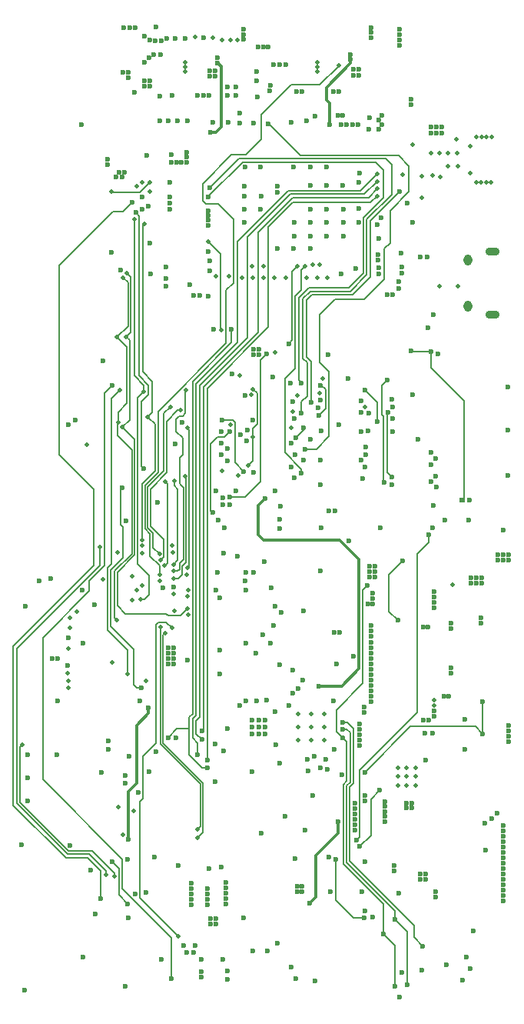
<source format=gbr>
%TF.GenerationSoftware,KiCad,Pcbnew,7.99.0-1.20230926git54171ec.fc37*%
%TF.CreationDate,2023-10-03T14:10:52+01:00*%
%TF.ProjectId,bugg-main-r5,62756767-2d6d-4616-996e-2d72352e6b69,rev?*%
%TF.SameCoordinates,Original*%
%TF.FileFunction,Copper,L3,Inr*%
%TF.FilePolarity,Positive*%
%FSLAX46Y46*%
G04 Gerber Fmt 4.6, Leading zero omitted, Abs format (unit mm)*
G04 Created by KiCad (PCBNEW 7.99.0-1.20230926git54171ec.fc37) date 2023-10-03 14:10:52*
%MOMM*%
%LPD*%
G01*
G04 APERTURE LIST*
%TA.AperFunction,ComponentPad*%
%ADD10O,1.550000X0.890000*%
%TD*%
%TA.AperFunction,ComponentPad*%
%ADD11O,0.950000X1.250000*%
%TD*%
%TA.AperFunction,ComponentPad*%
%ADD12C,0.500000*%
%TD*%
%TA.AperFunction,ComponentPad*%
%ADD13C,0.600000*%
%TD*%
%TA.AperFunction,ViaPad*%
%ADD14C,0.500000*%
%TD*%
%TA.AperFunction,ViaPad*%
%ADD15C,0.600000*%
%TD*%
%TA.AperFunction,Conductor*%
%ADD16C,0.200000*%
%TD*%
%TA.AperFunction,Conductor*%
%ADD17C,0.150000*%
%TD*%
%TA.AperFunction,Conductor*%
%ADD18C,0.300000*%
%TD*%
G04 APERTURE END LIST*
D10*
%TO.N,GND*%
%TO.C,J15*%
X25900000Y28700000D03*
D11*
X23200000Y29700000D03*
X23200000Y34700000D03*
D10*
X25900000Y35700000D03*
%TD*%
D12*
%TO.N,-15V*%
%TO.C,U18*%
X4467462Y-15175000D03*
X4467462Y-16625000D03*
X4467462Y-18075000D03*
X5917462Y-15175000D03*
X5917462Y-16625000D03*
X5917462Y-18075000D03*
X7367462Y-15175000D03*
X7367462Y-16625000D03*
X7367462Y-18075000D03*
%TD*%
%TO.N,GNDA*%
%TO.C,U28*%
X15464286Y-23059762D03*
X16439286Y-23059762D03*
X17414286Y-23059762D03*
X15464286Y-22084762D03*
X16439286Y-22084762D03*
X17414286Y-22084762D03*
X15464286Y-21109762D03*
X16439286Y-21109762D03*
X17414286Y-21109762D03*
%TD*%
D13*
%TO.N,-15V*%
%TO.C,U23*%
X875000Y-17375000D03*
X875000Y-16625000D03*
X875000Y-15875000D03*
X125000Y-17375000D03*
X125000Y-16625000D03*
X125000Y-15875000D03*
X-625000Y-17375000D03*
X-625000Y-16625000D03*
X-625000Y-15875000D03*
%TD*%
D14*
%TO.N,GND*%
X18125000Y44000000D03*
D15*
X-100000Y55500000D03*
X-100000Y54500000D03*
X-2400000Y52825000D03*
X-2400000Y53800000D03*
X-25000Y52725000D03*
D14*
X-4925000Y59175000D03*
X-3925000Y58925000D03*
D15*
X-5950000Y59200000D03*
X-11250000Y58900000D03*
X-11950000Y56975000D03*
X-10025000Y59150000D03*
X-9050000Y59150000D03*
X-11400000Y57350000D03*
X-11850000Y58925000D03*
%TO.N,/Power and input connector/3V7_O*%
X10275000Y57375000D03*
%TO.N,GND*%
X4875000Y53275000D03*
X8350000Y53275000D03*
%TO.N,+3.3VADC*%
X-1400000Y19800000D03*
X19700000Y9750000D03*
X3650000Y21200000D03*
X-450000Y24300000D03*
X14800000Y10050000D03*
X17100000Y19900000D03*
X7800000Y24300000D03*
X12150000Y15950000D03*
X14900000Y17300000D03*
X6950000Y10050000D03*
X11450000Y19250000D03*
X-450000Y24900000D03*
X11450000Y17950000D03*
X11400000Y12700000D03*
X-475000Y11375000D03*
X14900000Y18600000D03*
X5050000Y12750000D03*
X153631Y24896369D03*
X6775000Y-12175000D03*
X150000Y24300000D03*
X850000Y8500000D03*
D14*
%TO.N,/SCL*%
X-7700000Y-3600000D03*
X-14450000Y26275000D03*
X-14900000Y16350000D03*
X-14400000Y33325000D03*
%TO.N,/SDA*%
X-15350000Y16850000D03*
X-15500000Y26250000D03*
X-15500000Y-4900000D03*
X-9150000Y-3900000D03*
X-18800000Y14400000D03*
X-14850000Y32825000D03*
%TO.N,/FSYNC*%
X-12750000Y3950000D03*
X11850000Y18600000D03*
X6850000Y20050000D03*
X-650000Y19900000D03*
X-9300000Y2600000D03*
X-12450000Y38750000D03*
X-12100000Y17500000D03*
%TO.N,/BCLK*%
X-13600000Y39200000D03*
X-12550000Y20250000D03*
X-1050000Y12100000D03*
X-500000Y20550000D03*
X-12900000Y-2600000D03*
X7200000Y21700000D03*
X-500000Y15250000D03*
%TO.N,/SDOUT*%
X-12750000Y2500000D03*
D15*
%TO.N,GND*%
X17650000Y15000000D03*
X15625000Y58325000D03*
X350000Y40300000D03*
X9500000Y38900000D03*
D14*
X22100000Y31850000D03*
D15*
X-12450000Y59381420D03*
X-6625000Y52900000D03*
X6950000Y12750000D03*
X-13450000Y60300000D03*
X9500000Y40350000D03*
D14*
X19250000Y44050000D03*
D15*
X-14200000Y55403621D03*
D14*
X24700000Y48250000D03*
D15*
X-5500000Y-35600000D03*
X4050000Y38900000D03*
X-6350000Y30850000D03*
X-10600000Y58900000D03*
X-10600000Y-42250000D03*
X-10450000Y-1300000D03*
X3750000Y49900000D03*
X19400000Y28700000D03*
X19900000Y24400000D03*
X1900000Y9350000D03*
D14*
X19150000Y46500000D03*
D15*
X-9700000Y41700000D03*
D14*
X6600000Y56000000D03*
D15*
X-3200000Y49875000D03*
X9950000Y21700000D03*
X-17850000Y-37200000D03*
X8950000Y53275000D03*
X2175000Y42150000D03*
X16950000Y52400000D03*
X-7050000Y30850000D03*
X-14200000Y54825000D03*
X15850000Y35500000D03*
X9425000Y50675000D03*
X14300000Y30900000D03*
X1400000Y54000000D03*
D14*
X22050000Y45050000D03*
X24150000Y48250000D03*
X-8000000Y55500000D03*
X-2250000Y58950000D03*
D15*
X-3450000Y-34350000D03*
X4275000Y53275000D03*
X12350000Y50400000D03*
X16950000Y51800000D03*
D14*
X-3000000Y58925000D03*
D15*
X7650000Y40350000D03*
D14*
X18100000Y41600000D03*
D15*
X-9700000Y40300000D03*
X-3450000Y-36150000D03*
X-3275000Y53800000D03*
X-22775000Y-325000D03*
X-6200000Y-43550000D03*
D14*
X21000000Y45050000D03*
D15*
X8400000Y-13800000D03*
X-14300000Y-31250000D03*
D14*
X-7650000Y-4300000D03*
D15*
X-3450000Y-35550000D03*
D14*
X20100000Y43850000D03*
D15*
X5850000Y36000000D03*
D14*
X-13850000Y-100000D03*
X21000000Y46550000D03*
D15*
X-10050000Y33950000D03*
X23300000Y6150000D03*
X-5500000Y-34400000D03*
X15600000Y31600000D03*
X-13150000Y-23850000D03*
D14*
X25800000Y48250000D03*
D15*
X-1475000Y42875000D03*
X15900000Y34000000D03*
X-16125000Y35600000D03*
X11150000Y38900000D03*
X27600000Y20800000D03*
X-6200000Y-42200000D03*
X-20700000Y-29675000D03*
X-14100000Y60300000D03*
D14*
X-17000000Y-400000D03*
X-8000000Y56500000D03*
D15*
X8950000Y16600000D03*
X-400000Y49800000D03*
D14*
X15950000Y44100000D03*
D15*
X-19200000Y-42000000D03*
X-25975000Y-29625000D03*
D14*
X20050000Y46550000D03*
D15*
X5376400Y50086400D03*
X19400000Y7750000D03*
X-10650000Y57375000D03*
X15625000Y59525000D03*
X-11200000Y60400000D03*
X-5950000Y52900000D03*
X5800000Y44975000D03*
X15900000Y33300000D03*
X5850000Y38850000D03*
X12275000Y49100000D03*
X5800000Y37400000D03*
D14*
X20050000Y31850000D03*
X17050000Y47450000D03*
D15*
X6350000Y50550000D03*
D14*
X-6850000Y59300000D03*
D15*
X-6200000Y-44200000D03*
D14*
X23450000Y47250000D03*
D15*
X9500000Y37400000D03*
X-7700000Y50100000D03*
X27600000Y16000000D03*
X5800000Y15000000D03*
X-14600000Y-45150000D03*
X15600000Y32350000D03*
X9425000Y42925000D03*
D14*
X3750000Y16250000D03*
D15*
X-1450000Y38850000D03*
X-1450000Y41800000D03*
X-5450000Y30750000D03*
D14*
X-8000000Y56000000D03*
D15*
X-10750000Y52800000D03*
X-18400000Y-32400000D03*
X13400000Y33900000D03*
X-20100000Y17100000D03*
X-11150000Y-19400000D03*
X-9700000Y41000000D03*
X7650000Y37400000D03*
D14*
X22000000Y46550000D03*
D15*
X2175000Y42875000D03*
X-5500000Y-35000000D03*
X-9450000Y52850000D03*
D14*
X25200000Y43300000D03*
D15*
X11150000Y43250000D03*
D14*
X21900000Y48050000D03*
D15*
X4000000Y44950000D03*
X11225000Y44275000D03*
X11150000Y40400000D03*
X13350000Y37150000D03*
X-1575000Y60100000D03*
D14*
X-15400000Y2550000D03*
D15*
X-1575000Y59000000D03*
X11400000Y15900000D03*
X-4550000Y9300000D03*
X-7050000Y-41450000D03*
D14*
X6600000Y56500000D03*
D15*
X2200000Y36050000D03*
D14*
X-4600000Y33000000D03*
D15*
X-9800000Y50086400D03*
X-14250000Y-37650000D03*
X-18000000Y-3150000D03*
X-8850000Y50086400D03*
X-20850000Y-6850000D03*
X7650000Y38850000D03*
X-1375000Y44950000D03*
X-16500000Y45800000D03*
X400000Y41800000D03*
D14*
X25250000Y48250000D03*
D15*
X-3450000Y-34950000D03*
X-12450000Y56500000D03*
X-14600000Y-22000000D03*
X7600000Y44975000D03*
X13400000Y33250000D03*
X-7950000Y59150000D03*
D14*
X23450000Y44300000D03*
D15*
X15625000Y60125000D03*
X-3275000Y52850000D03*
X-550000Y17150000D03*
X13300000Y34750000D03*
X-19400000Y49600000D03*
X-5400000Y35700000D03*
D14*
X6600000Y55500000D03*
D15*
X8850000Y50675000D03*
X-4956400Y49900000D03*
X-1575000Y59550000D03*
X-12300000Y-34825000D03*
X-25700000Y-45650000D03*
X-25550000Y-3350000D03*
X-3450000Y-33750000D03*
X-4350000Y6100000D03*
X27600000Y11000000D03*
X20650000Y6100000D03*
X-5500000Y-36200000D03*
X-10750000Y50050000D03*
X-4000000Y15900000D03*
X15625000Y58925000D03*
X2475000Y6175000D03*
D14*
X24100000Y43300000D03*
D15*
X-5350000Y52900000D03*
X5825000Y42925000D03*
X7900000Y7150000D03*
X1350000Y53350000D03*
X-8750000Y-31900000D03*
X-1975000Y50950000D03*
X7625000Y42925000D03*
X-14750000Y60300000D03*
X350000Y44975000D03*
X23350000Y8300000D03*
X13300000Y35350000D03*
X-16500000Y45225000D03*
X-13600000Y53200000D03*
X8500000Y7150000D03*
X-1975000Y49825000D03*
X-19200000Y-7400000D03*
X-1450000Y40300000D03*
D14*
X-16000000Y-9550000D03*
D15*
X10850000Y33800000D03*
X-15050000Y33600000D03*
X14900000Y30900000D03*
X5850000Y40300000D03*
D14*
X-20900000Y-10750000D03*
X25750000Y43300000D03*
D15*
X-7500000Y32050000D03*
D14*
X24650000Y43300000D03*
D15*
X-14850000Y55400000D03*
X4050000Y37400000D03*
X4000000Y36000000D03*
X-24050000Y-600000D03*
%TO.N,+3V3*%
X-22050000Y-13750000D03*
X-17000000Y23675000D03*
X-7750000Y-9300000D03*
X-22050000Y-9100000D03*
X-11350000Y-31000000D03*
X-12225000Y46275000D03*
X-14250000Y-29000000D03*
X-20800000Y16625000D03*
X-14450000Y6050000D03*
X-22650000Y-9100000D03*
X-2800000Y22200000D03*
X-19275000Y-1575000D03*
X-12000000Y-14550000D03*
%TO.N,/Power and input connector/Vin*%
X13700000Y50650000D03*
X1175000Y58225000D03*
X13350000Y50150000D03*
X75000Y58225000D03*
X12550000Y60350000D03*
X625000Y58225000D03*
X13350000Y49150000D03*
X13700000Y49650000D03*
X12550000Y59250000D03*
X12550000Y59800000D03*
D14*
%TO.N,/Modem/UIM_SIM_DET*%
X-5400000Y36750000D03*
X-3975000Y27075000D03*
D15*
%TO.N,/Modem/UIM_VCC*%
X-25300000Y-24739600D03*
X-5550000Y-20300000D03*
D14*
X-13650000Y-25850000D03*
X13206594Y41793406D03*
D15*
X-9000000Y-17800000D03*
X-14600000Y-22800000D03*
%TO.N,/Power and input connector/5V_O*%
X-4375000Y56975000D03*
X-4375000Y56425000D03*
X-5200000Y48800000D03*
%TO.N,/Modem/UIM_RESET_N*%
X-6600000Y-19700000D03*
X-25325000Y-22200000D03*
X-14125000Y-19875000D03*
D14*
X13200000Y44200000D03*
D15*
%TO.N,/Modem/UIM_CLK_R*%
X-16400000Y-19100000D03*
X-25325000Y-19659600D03*
%TO.N,/Power and input connector/VIN_DCDC_3V7*%
X10600000Y55100000D03*
X2450000Y56250000D03*
X1800000Y56250000D03*
X11150000Y55100000D03*
X10600000Y55700000D03*
X3100000Y56250000D03*
X11150000Y55700000D03*
D14*
%TO.N,/SD_DAT2*%
X-9400000Y3350000D03*
X-20830000Y-12370000D03*
%TO.N,/SD_DAT3*%
X-9250000Y-2000000D03*
X-20850000Y-11550000D03*
D15*
%TO.N,/SD_CMD*%
X-20900000Y-9900000D03*
D14*
X-13850000Y-2650000D03*
%TO.N,/SD_CLK*%
X-20800000Y-8000000D03*
D15*
X-9250000Y-1250000D03*
D14*
%TO.N,/SD_DAT0*%
X-13300000Y-1550000D03*
X-20700000Y-5750000D03*
%TO.N,/SD_DAT1*%
X-12750000Y-1050000D03*
X-20700000Y-4670000D03*
%TO.N,/SD_nDET*%
X-19950000Y-3950000D03*
X-7700000Y-2300000D03*
D15*
%TO.N,/LED driver\u002C LED board connections/LED3_B*%
X-12700000Y40350000D03*
%TO.N,VBUS*%
X-14950000Y43900000D03*
X-4600000Y-37750000D03*
X-5200000Y-38350000D03*
X-4600000Y-38350000D03*
X-15250000Y44400000D03*
X-11050000Y8100000D03*
X-5350000Y-32200000D03*
X10925000Y-29125000D03*
X-15550000Y43900000D03*
X-14650000Y44400000D03*
X18850000Y4550000D03*
X-13475000Y-35050000D03*
X-5200000Y-37750000D03*
X2550000Y7650000D03*
%TO.N,/USB_OTG_ID*%
X22550000Y8300000D03*
X19115000Y24700000D03*
X16950000Y24725000D03*
%TO.N,/Power and input connector/VIN_DCDC_5*%
X-4700000Y55600000D03*
X-4700000Y55000000D03*
X-11900000Y53850000D03*
X-12500000Y53850000D03*
X-5300000Y55600000D03*
X-5300000Y55000000D03*
X-12500000Y54450000D03*
X-11900000Y54450000D03*
D14*
%TO.N,/RXD*%
X-10200000Y-6300000D03*
X-14800000Y-28500000D03*
X-6600000Y-28850000D03*
%TO.N,/TXD*%
X-15375000Y-25450000D03*
X-10700000Y-5650000D03*
X-6600000Y-27900000D03*
D15*
%TO.N,/LED driver\u002C LED board connections/LED3_G*%
X-12000000Y40700000D03*
%TO.N,/nPWR_LED*%
X-13850000Y41100000D03*
X-17325000Y-35525000D03*
%TO.N,/LED driver\u002C LED board connections/LED2_B*%
X-12700000Y41700000D03*
D14*
%TO.N,/LED driver\u002C LED board connections/LED2_G*%
X-11900000Y42250000D03*
%TO.N,/LED driver\u002C LED board connections/LED2_R*%
X-13300000Y42850000D03*
%TO.N,/LED driver\u002C LED board connections/LED1_B*%
X-16100000Y42300000D03*
X-11900000Y43250000D03*
%TO.N,/LED driver\u002C LED board connections/LED1_G*%
X-12700000Y43250000D03*
D15*
%TO.N,/LED driver\u002C LED board connections/LED1_R*%
X-9700000Y43275000D03*
%TO.N,+5V*%
X14050000Y-24850000D03*
X2450000Y-9800000D03*
X-9100000Y14500000D03*
X-9850000Y-8500000D03*
X-8935000Y45480000D03*
X14050000Y-25950000D03*
X27675000Y-16525000D03*
X27050000Y2300000D03*
X-9850000Y-9100000D03*
X-9460000Y46305000D03*
X-9250000Y-7900000D03*
X10100000Y3850000D03*
X-7825000Y46050000D03*
X27675000Y-18250000D03*
X-11800000Y33250000D03*
X27675000Y-17675000D03*
X27650000Y2300000D03*
X-9850000Y-7900000D03*
X-8385000Y45480000D03*
X26450000Y2300000D03*
X-9850000Y-9700000D03*
X27050000Y1700000D03*
X-9250000Y-9100000D03*
X27650000Y1700000D03*
X-7835000Y46600000D03*
X27675000Y-17100000D03*
X26450000Y1700000D03*
X-9250000Y-8500000D03*
X-9485000Y45505000D03*
X14050000Y-27050000D03*
X-11900000Y36600000D03*
X14050000Y-25400000D03*
X-9250000Y-9700000D03*
X-7835000Y45480000D03*
X14050000Y-26500000D03*
%TO.N,/USB_UART_DN*%
X-8150000Y-40700000D03*
%TO.N,/USB_UART_DP*%
X-6900000Y-40700000D03*
D14*
%TO.N,/POWER_ON_N*%
X-7700000Y900000D03*
X-3000000Y16600000D03*
X-7750000Y16250000D03*
%TO.N,/RESET_IN_N*%
X-2150000Y11050000D03*
X-9150000Y10400000D03*
X-9250000Y1250000D03*
%TO.N,/BOOT_MODE*%
X-8000000Y10950000D03*
X-3900000Y11550000D03*
X-9250000Y-300000D03*
%TO.N,/WAKE*%
X-2000000Y22000000D03*
X1950000Y24600000D03*
D15*
%TO.N,GNDA*%
X3750000Y-43075000D03*
X12500000Y-5500000D03*
X12525000Y-10900000D03*
X27050000Y-28050000D03*
X11225000Y-17475000D03*
X18425000Y-17325000D03*
X-3275000Y-44400000D03*
X11225000Y-18075000D03*
X27075000Y-33450000D03*
X11800000Y-24800000D03*
X27075000Y-34625000D03*
X27050000Y-30450000D03*
X12500000Y-6100000D03*
X-3650000Y5250000D03*
X12525000Y-11500000D03*
X12500000Y-7300000D03*
X-3275000Y-43500000D03*
X18500000Y-33400000D03*
X11225000Y-18675000D03*
X11225000Y-16275000D03*
X18900000Y-15875000D03*
X15075000Y-31875000D03*
X19450000Y-1750000D03*
X4900000Y-34750000D03*
X21350000Y-5825000D03*
X8675000Y-9725000D03*
X1450000Y-7450000D03*
X-4550000Y-1600000D03*
X10700000Y-27425000D03*
X16450000Y-25550000D03*
X25125000Y-30200000D03*
X27100000Y5000000D03*
X7825000Y-31000000D03*
X12525000Y-9700000D03*
X10700000Y-26225000D03*
X7725000Y-21325000D03*
X10578849Y-8870138D03*
X1900000Y-3350000D03*
X9300000Y-21925000D03*
X10700000Y-25025000D03*
X2475000Y5225000D03*
X25025000Y-27250000D03*
X15625000Y-46350000D03*
X3900000Y-10350000D03*
X12525000Y-9100000D03*
X25800000Y-26700000D03*
X12500000Y-6700000D03*
X4900000Y-34200000D03*
X23400000Y-43200000D03*
X15900000Y-43650000D03*
X27075000Y-32850000D03*
X19450000Y-3550000D03*
X4350000Y-34750000D03*
X24650000Y-5250000D03*
X27050000Y-29250000D03*
X12725000Y-2500000D03*
X11775000Y-14475000D03*
X19450000Y-2950000D03*
X19250000Y5250000D03*
X18300000Y-15875000D03*
X24650000Y-4650000D03*
X12725000Y-1900000D03*
X6250000Y-19900000D03*
X6925000Y-21150000D03*
X3000000Y-26500000D03*
X18500000Y-32850000D03*
X-2200000Y2150000D03*
X27075000Y-35225000D03*
X1550000Y-1350000D03*
X12525000Y-13875000D03*
X10700000Y-25625000D03*
X23800000Y-39075000D03*
X27075000Y-32250000D03*
X19425000Y-15475000D03*
X12525000Y-12675000D03*
X12525000Y-12100000D03*
X17950000Y-32850000D03*
D14*
X19425000Y-14275000D03*
D15*
X19450000Y-2350000D03*
X11850000Y-31450000D03*
X27050000Y-29850000D03*
X-4650000Y-18550000D03*
X12525000Y-10300000D03*
X12700000Y-37550000D03*
X18500000Y-20275000D03*
X4350000Y-34200000D03*
D14*
X19425000Y-13700000D03*
D15*
X19425000Y-14875000D03*
X20775000Y-42800000D03*
X11800000Y-24200000D03*
X13500000Y5250000D03*
X27050000Y-28650000D03*
X-3850000Y-42250000D03*
X17000000Y-25000000D03*
X17000000Y-25550000D03*
X12725000Y-3100000D03*
X19325000Y-17325000D03*
X10700000Y-28025000D03*
X8050000Y-34750000D03*
X18100000Y-43400000D03*
X10700000Y-26825000D03*
X15075000Y-32450000D03*
X11225000Y-16875000D03*
X16450000Y-25000000D03*
X12500000Y-7900000D03*
X400000Y-28300000D03*
X7000000Y5250000D03*
X-4150000Y-8200000D03*
X12525000Y-13275000D03*
X15575000Y-34900000D03*
X-4650000Y-22625000D03*
X11775000Y-15075000D03*
X21300000Y-10700000D03*
X12500000Y-8500000D03*
X27075000Y-31050000D03*
X21300000Y-10100000D03*
X27075000Y-31650000D03*
X5200000Y-28000000D03*
X27075000Y-34050000D03*
X6950000Y550000D03*
X27050000Y-27450000D03*
X17950000Y-33400000D03*
X27075000Y-35825000D03*
X21350000Y-5225000D03*
X12175000Y-3100000D03*
X-4400000Y350000D03*
%TO.N,/MIC_IN_P*%
X6350000Y-44600000D03*
X2200000Y-40475000D03*
X-550000Y-41300000D03*
D14*
%TO.N,/WAKE_ON_WWAN*%
X3850000Y18050000D03*
X-10650000Y1700000D03*
X-8450000Y18200000D03*
%TO.N,/TX_ON*%
X4350000Y19800000D03*
X-10800000Y2400000D03*
X-9600000Y18550000D03*
D15*
%TO.N,/Modem/1V8_TX_ON*%
X-5400000Y41700000D03*
X4850000Y21200000D03*
%TO.N,/Modem/1V8_WAKE_ON_WWAN*%
X5900000Y19100000D03*
X15650000Y42275000D03*
%TO.N,/Modem/1V8_WAKE*%
X3450000Y25550000D03*
D14*
X4400000Y34100000D03*
D15*
%TO.N,/Modem/1V8_BOOT_MODE*%
X5250000Y13950000D03*
X1150000Y49750000D03*
D14*
%TO.N,/Modem/1V8_RESET_IN_N*%
X5250000Y34050000D03*
D15*
X4850000Y11300000D03*
%TO.N,/Modem/1V8_POWER_ON_N*%
X4850000Y17850000D03*
X-5250000Y42700000D03*
%TO.N,Net-(D1-K)*%
X-14300000Y-36100000D03*
X-16025000Y-31475000D03*
D14*
%TO.N,/MODEM_USB_DN*%
X6050000Y34200000D03*
D15*
X18700000Y35050000D03*
D14*
%TO.N,/MODEM_USB_DP*%
X6850000Y34200000D03*
D15*
X17900000Y35050000D03*
%TO.N,Net-(D3-K)*%
X-9500000Y-44350000D03*
X1650000Y21850000D03*
X-16000000Y20950000D03*
%TO.N,+3V7*%
X9200000Y33200000D03*
X11050000Y49600000D03*
X9250000Y49600000D03*
X9850000Y49600000D03*
X-5450000Y39100000D03*
X10450000Y49600000D03*
X-5450000Y40200000D03*
X-5450000Y38550000D03*
X-5450000Y39650000D03*
D14*
%TO.N,/Modem/UIM_CLK*%
X13200000Y42600000D03*
D15*
X-6150000Y-17100000D03*
%TO.N,/GLOBAL_EN_o*%
X-12800000Y-12350000D03*
X-14950000Y9650000D03*
D14*
%TO.N,/nRPIBOOT*%
X-14300000Y-10850000D03*
X-15200000Y20400000D03*
D15*
X18750000Y27300000D03*
D14*
%TO.N,/3V7_EN*%
X-10800000Y100000D03*
X8925000Y56125000D03*
D15*
%TO.N,/Power and input connector/3V7_O*%
X10275000Y56800000D03*
X7975000Y49675000D03*
%TO.N,/Power and input connector/3.3VA_O*%
X22850000Y-19150000D03*
%TO.N,/Power and input connector/1V8_O*%
X22850000Y-15775000D03*
D14*
%TO.N,/nPWR_LED_BUF*%
X-25900000Y-18600000D03*
X-15800000Y-33050000D03*
X-12300000Y-11600000D03*
D15*
%TO.N,/MIC_IN_N*%
X4225000Y-44350000D03*
X1050000Y-41300000D03*
%TO.N,Net-(Module1A-RUN_PG)*%
X-12950000Y-13750000D03*
D14*
%TO.N,Net-(U7-UART1_TX)*%
X-600000Y34050000D03*
D15*
X-10109200Y32715200D03*
X-5283200Y34645600D03*
%TO.N,Net-(U7-UART1_RX)*%
X-10109200Y31902400D03*
D14*
X650000Y34050000D03*
D15*
X-5283200Y33578800D03*
%TO.N,Net-(U7-SYS_CLK)*%
X13200000Y38600000D03*
X17100000Y38900000D03*
%TO.N,Net-(U7-SLEEP_CLK)*%
X16500000Y41000000D03*
X13650000Y39400000D03*
%TO.N,/Modem/UIM_DATA*%
X-22150000Y-19659600D03*
D14*
X13200000Y43412246D03*
D15*
X-16400000Y-18200000D03*
X-6150000Y-18000000D03*
%TO.N,Net-(U18A-SOUT2)*%
X4150000Y-31150000D03*
X6050000Y-24150000D03*
%TO.N,Net-(U18A-SOUT1)*%
X5500000Y-20200000D03*
X5600000Y-21450000D03*
%TO.N,+15V*%
X7550000Y-20250000D03*
X-1550000Y-37650000D03*
X550000Y-6500000D03*
X19625000Y-35350000D03*
X5100000Y-3850000D03*
X-100000Y-13750000D03*
X19625000Y-34800000D03*
X11850000Y-36850000D03*
%TO.N,-15V*%
X-3950000Y-32100000D03*
X8425000Y-19075000D03*
X1800000Y-5450000D03*
X18825000Y-5650000D03*
X11500000Y-34800000D03*
X-3300000Y-16850000D03*
X18275000Y-5650000D03*
X-4150000Y-10850000D03*
%TO.N,Net-(U27-IN+)*%
X-400000Y400000D03*
X-1350000Y-550000D03*
%TO.N,Net-(U27-IN-)*%
X-3700000Y2500000D03*
X-1300000Y400000D03*
%TO.N,+1V8*%
X770000Y1575000D03*
X20525000Y-13250000D03*
X21075000Y-13250000D03*
%TO.N,+48V*%
X8900000Y-27100000D03*
X5725000Y-36025000D03*
X8475000Y-6250000D03*
X9050000Y-6250000D03*
%TO.N,/Power and input connector/BSW*%
X11275000Y-29800000D03*
X13475000Y-23600000D03*
%TO.N,Net-(C71-Pad2)*%
X-150000Y-8550000D03*
X-1300000Y-7450000D03*
X-1300000Y-1550000D03*
%TO.N,Net-(D14-A)*%
X-3750000Y-19300000D03*
X1000000Y-13650000D03*
%TO.N,/SDOUT_INT_MIC*%
X-12550000Y11800000D03*
X-13400000Y39950000D03*
%TO.N,+5VA*%
X2600000Y-4000000D03*
X-4150000Y-2450000D03*
%TO.N,/EXT_MIC_EN*%
X1000000Y24400000D03*
X24775000Y-13850000D03*
D14*
X-10250000Y1100000D03*
D15*
X-4800000Y27100000D03*
X24775000Y-17375000D03*
X11825000Y-21650000D03*
X-3050000Y8650000D03*
D14*
X-10200000Y10350000D03*
%TO.N,/SPI_SCLK*%
X-7800000Y100000D03*
%TO.N,/SPI_nCS*%
X-10750000Y-600000D03*
%TO.N,/SPI_MOSI*%
X-7650000Y-1550000D03*
D15*
%TO.N,Net-(Q14-D)*%
X8650000Y-31200000D03*
X11725000Y-37624064D03*
%TO.N,/External Microphone Interface/PIP_EN*%
X9375000Y-16150000D03*
X18225000Y-40750000D03*
%TO.N,/External Microphone Interface/P3V3_EN*%
X16500000Y-45025000D03*
X23000000Y-41975000D03*
X15150000Y-37825000D03*
X9375000Y-16900000D03*
%TO.N,Net-(U18A-IN1)*%
X2450000Y-20600000D03*
X2062500Y-18587500D03*
X-1275000Y-13775000D03*
%TO.N,Net-(U18A-IN2)*%
X1950000Y-14950000D03*
X-600000Y-21600000D03*
X-1950000Y-14250000D03*
%TO.N,/External Microphone Interface/CNV*%
X14300000Y21550000D03*
X13950000Y10300000D03*
X-2400000Y9300000D03*
%TO.N,/External Microphone Interface/SCK*%
X-1500000Y11450000D03*
X-3900000Y17100000D03*
%TO.N,/External Microphone Interface/AMP_MOSI*%
X-3050000Y7800000D03*
X5000000Y-11500000D03*
%TO.N,/External Microphone Interface/AMP_SCLK*%
X4450000Y-12400000D03*
X-3850000Y7800000D03*
%TO.N,/External Microphone Interface/AMP_nCS*%
X-3850000Y8600000D03*
X3850000Y-12950000D03*
%TO.N,/External Microphone Interface/Q0*%
X19116421Y10316421D03*
X-3350000Y12650000D03*
X11550000Y10700000D03*
X4050000Y10750000D03*
%TO.N,/External Microphone Interface/Q1*%
X-3975000Y13325000D03*
X11850000Y12000000D03*
X19650000Y10950000D03*
X3750000Y12000000D03*
%TO.N,/External Microphone Interface/Q2*%
X-3300000Y14000000D03*
X19150000Y12250000D03*
X11900000Y13350000D03*
X4150000Y13350000D03*
%TO.N,/External Microphone Interface/Q3*%
X3750000Y14600000D03*
X19650000Y12900000D03*
X-3950000Y14600000D03*
X11900000Y14150000D03*
%TO.N,/External Microphone Interface/Q4*%
X14900000Y15900000D03*
X7050000Y15950000D03*
X-1200000Y14850000D03*
X4250000Y15200000D03*
X-8300000Y16850000D03*
X5050000Y16250000D03*
%TO.N,/External Microphone Interface/CLK_H*%
X-1100000Y16000000D03*
X19100000Y13550000D03*
%TO.N,/External Microphone Interface/RST*%
X11850000Y20400000D03*
X13200000Y16950000D03*
X-1850000Y15550000D03*
%TO.N,/External Microphone Interface/!Qeq2*%
X6675000Y18475000D03*
X3900000Y19200000D03*
%TO.N,/External Microphone Interface/!Qeq10*%
X14400000Y17950000D03*
X14800000Y10850000D03*
%TO.N,/External Microphone Interface/Qeq2*%
X6900000Y20950000D03*
X6750000Y17650000D03*
X14800000Y19400000D03*
%TO.N,/External Microphone Interface/AMP_RST*%
X-3050000Y15850000D03*
X3467462Y-14282538D03*
X-4950000Y6950000D03*
X4050000Y17300000D03*
%TO.N,Net-(U19A-~{R})*%
X12300000Y17850000D03*
X6900000Y19300000D03*
D14*
%TO.N,/SHDNZ*%
X-9250000Y500000D03*
X-7900000Y20400000D03*
%TO.N,/LED_ACT*%
X-16700000Y-32950000D03*
X-17400000Y3200000D03*
X-12750000Y3300000D03*
%TO.N,/LED_USER*%
X-9450000Y-5750000D03*
X-8750000Y-39650000D03*
D15*
%TO.N,/Power and input connector/LT_VIN*%
X24700000Y-800000D03*
X12350000Y450000D03*
X24100000Y-200000D03*
X12350000Y1050000D03*
X12350000Y-150000D03*
X24700000Y-200000D03*
X12950000Y1050000D03*
X23500000Y-800000D03*
X23500000Y-200000D03*
X12950000Y-150000D03*
X12950000Y450000D03*
X24100000Y-800000D03*
%TO.N,/Power and input connector/LT_VOUT*%
X15450000Y-4900000D03*
X16000000Y1600000D03*
%TO.N,/Modem/UIM_DSW*%
X-5550000Y-21100000D03*
X-17170400Y-21640800D03*
X-11950000Y-21550000D03*
X-9850000Y-17800000D03*
X-2850000Y27150000D03*
D14*
%TO.N,/Modem/J1*%
X-3170000Y32950000D03*
%TO.N,/Modem/J2*%
X-1700000Y32800000D03*
%TO.N,/Modem/J3*%
X-510000Y32810000D03*
%TO.N,/Modem/J4*%
X650000Y32820000D03*
%TO.N,/Modem/J5*%
X1810000Y32800000D03*
%TO.N,/Modem/J6*%
X3100000Y32830000D03*
%TO.N,/Modem/J7*%
X5380000Y32800000D03*
%TO.N,/Modem/J8*%
X6550000Y32800000D03*
%TO.N,/Modem/J9*%
X7700000Y32800000D03*
D15*
%TO.N,IN_VIN*%
X-7300000Y-36250000D03*
X-7300000Y-33850000D03*
X-7300000Y-35050000D03*
X19700000Y48750000D03*
X-7300000Y-34450000D03*
X20300000Y49350000D03*
X20300000Y48750000D03*
X19700000Y49350000D03*
X-7800000Y-41450000D03*
X-7300000Y-35650000D03*
X19100000Y49350000D03*
X19100000Y48750000D03*
%TO.N,/External Microphone Interface/P3V3_DISABLE*%
X26425000Y-26175000D03*
%TO.N,/48V_EN*%
X9400000Y-17850000D03*
X15125000Y-45200000D03*
X12075000Y-1100000D03*
X22600000Y-44475000D03*
X13850000Y-39425000D03*
D14*
X21500000Y-950000D03*
%TD*%
D16*
%TO.N,/nPWR_LED*%
X-17325000Y-32450000D02*
X-17325000Y-35525000D01*
X-18750000Y-31025000D02*
X-17325000Y-32450000D01*
X-26900000Y-7750000D02*
X-26900000Y-25250000D01*
X-21125000Y-31025000D02*
X-18750000Y-31025000D01*
X-18050000Y9500000D02*
X-18050000Y1100000D01*
X-26900000Y-25250000D02*
X-21125000Y-31025000D01*
X-21850000Y13300000D02*
X-18050000Y9500000D01*
X-18050000Y1100000D02*
X-26900000Y-7750000D01*
X-21850000Y34150000D02*
X-21850000Y13300000D01*
X-15900000Y40100000D02*
X-21850000Y34150000D01*
X-14850000Y40100000D02*
X-15900000Y40100000D01*
X-13850000Y41100000D02*
X-14850000Y40100000D01*
D17*
%TO.N,/LED_ACT*%
X-17400000Y1150000D02*
X-17400000Y3200000D01*
X-26525011Y-25059623D02*
X-26525011Y-7975011D01*
X-20934634Y-30650000D02*
X-26525011Y-25059623D01*
X-18537500Y-30650000D02*
X-20934634Y-30650000D01*
X-26525011Y-7975011D02*
X-17400000Y1150000D01*
X-16675000Y-32512500D02*
X-18537500Y-30650000D01*
X-16675000Y-32925000D02*
X-16675000Y-32512500D01*
X-16700000Y-32950000D02*
X-16675000Y-32925000D01*
D16*
%TO.N,Net-(D3-K)*%
X-9500000Y-39875000D02*
X-9500000Y-44350000D01*
X-23650000Y-22450000D02*
X-14900000Y-31200000D01*
X-23650000Y-6800000D02*
X-23650000Y-22450000D01*
X-18550000Y-1700000D02*
X-23650000Y-6800000D01*
X-14900000Y-34475000D02*
X-9500000Y-39875000D01*
X-18550000Y-550000D02*
X-18550000Y-1700000D01*
X-14900000Y-31200000D02*
X-14900000Y-34475000D01*
X-16850000Y1150000D02*
X-18550000Y-550000D01*
X-16850000Y20100000D02*
X-16850000Y1150000D01*
X-16000000Y20950000D02*
X-16850000Y20100000D01*
D17*
%TO.N,/EXT_MIC_EN*%
X-10250000Y1100000D02*
X-9950000Y1400000D01*
X-9950000Y1400000D02*
X-9950000Y10100000D01*
X-9950000Y10100000D02*
X-10200000Y10350000D01*
D16*
%TO.N,/GLOBAL_EN_o*%
X-13650000Y-12000000D02*
X-13300000Y-12350000D01*
X-13650000Y-8100000D02*
X-13650000Y-12000000D01*
X-16150000Y-5600000D02*
X-13650000Y-8100000D01*
X-14850000Y1954594D02*
X-16150000Y654594D01*
X-15050000Y9550000D02*
X-15050000Y5600000D01*
X-14850000Y5400000D02*
X-14850000Y1954594D01*
X-14950000Y9650000D02*
X-15050000Y9550000D01*
X-13300000Y-12350000D02*
X-12800000Y-12350000D01*
X-15050000Y5600000D02*
X-14850000Y5400000D01*
X-16150000Y654594D02*
X-16150000Y-5600000D01*
%TO.N,/Modem/1V8_BOOT_MODE*%
X11750000Y30400000D02*
X14000000Y32650000D01*
X8500000Y30400000D02*
X11750000Y30400000D01*
X5250000Y13950000D02*
X6500000Y13950000D01*
X6850000Y23500000D02*
X6850000Y28750000D01*
X7900000Y22450000D02*
X6850000Y23500000D01*
X16675000Y42250000D02*
X16675000Y45100000D01*
X14000000Y36000000D02*
X14600000Y36600000D01*
X7900000Y15350000D02*
X7900000Y22450000D01*
X6500000Y13950000D02*
X7900000Y15350000D01*
X6850000Y28750000D02*
X8500000Y30400000D01*
X14000000Y32650000D02*
X14000000Y36000000D01*
X15525000Y46250000D02*
X4750000Y46250000D01*
X14600000Y36600000D02*
X14600000Y40175000D01*
X14600000Y40175000D02*
X16675000Y42250000D01*
X16675000Y45100000D02*
X15525000Y46250000D01*
%TO.N,/Modem/1V8_POWER_ON_N*%
X5467157Y19767157D02*
X4850000Y19150000D01*
X5467157Y23467157D02*
X5467157Y19767157D01*
X5000000Y23934314D02*
X5467157Y23467157D01*
X5000000Y30484314D02*
X5000000Y23934314D01*
X5815686Y31300000D02*
X5000000Y30484314D01*
X10250000Y31300000D02*
X5815686Y31300000D01*
X12050000Y39225000D02*
X12050000Y33100000D01*
X14800000Y41975000D02*
X12050000Y39225000D01*
X14800000Y45265686D02*
X14800000Y41975000D01*
X14165686Y45900000D02*
X14800000Y45265686D01*
X-2050000Y45900000D02*
X14165686Y45900000D01*
X12050000Y33100000D02*
X10250000Y31300000D01*
X-5250000Y42700000D02*
X-2050000Y45900000D01*
X4850000Y19150000D02*
X4850000Y17850000D01*
%TO.N,/Modem/1V8_WAKE_ON_WWAN*%
X15650000Y42275000D02*
X14675000Y41300000D01*
X14675000Y41300000D02*
X14660661Y41300000D01*
X5400000Y24100000D02*
X5900000Y23600000D01*
X14660661Y41300000D02*
X12400000Y39039339D01*
X12400000Y39039339D02*
X12400000Y32850000D01*
X12400000Y32850000D02*
X10450000Y30900000D01*
X10450000Y30900000D02*
X6000000Y30900000D01*
X6000000Y30900000D02*
X5400000Y30300000D01*
X5400000Y30300000D02*
X5400000Y24100000D01*
X5900000Y23600000D02*
X5900000Y19100000D01*
D18*
%TO.N,/Power and input connector/3V7_O*%
X10275000Y56800000D02*
X10275000Y56375000D01*
X7975000Y52025000D02*
X7975000Y49675000D01*
X10275000Y56375000D02*
X7625000Y53725000D01*
X7625000Y52375000D02*
X7975000Y52025000D01*
X7625000Y53725000D02*
X7625000Y52375000D01*
D17*
%TO.N,/3V7_EN*%
X-2625000Y39225000D02*
X-2625000Y32225000D01*
X-5700000Y40900000D02*
X-4300000Y40900000D01*
X-6050000Y41250000D02*
X-5700000Y40900000D01*
X-6050000Y43100000D02*
X-6050000Y41250000D01*
X400000Y50750000D02*
X400000Y48000000D01*
X8925000Y56100000D02*
X6875000Y54050000D01*
X-2850000Y46300000D02*
X-6050000Y43100000D01*
X400000Y48000000D02*
X-1300000Y46300000D01*
X-4300000Y40900000D02*
X-2625000Y39225000D01*
X-1300000Y46300000D02*
X-2850000Y46300000D01*
X3700000Y54050000D02*
X400000Y50750000D01*
X-3450000Y31400000D02*
X-3450000Y25600000D01*
X-10950000Y11400000D02*
X-12400000Y9950000D01*
X6875000Y54050000D02*
X3700000Y54050000D01*
X8925000Y56125000D02*
X8925000Y56100000D01*
X-12400000Y5150000D02*
X-11850000Y4600000D01*
X-2625000Y32225000D02*
X-3450000Y31400000D01*
X-10950000Y18100000D02*
X-10950000Y11400000D01*
X-3450000Y25600000D02*
X-10950000Y18100000D01*
X-12400000Y9950000D02*
X-12400000Y5150000D01*
X-11850000Y4600000D02*
X-11850000Y2150000D01*
X-11850000Y2150000D02*
X-10800000Y1100000D01*
X-10800000Y1100000D02*
X-10800000Y100000D01*
D18*
%TO.N,/Power and input connector/5V_O*%
X-4375000Y56425000D02*
X-4000000Y56050000D01*
X-4000000Y56050000D02*
X-4000000Y49400000D01*
X-4000000Y49400000D02*
X-4600000Y48800000D01*
X-4600000Y48800000D02*
X-5200000Y48800000D01*
%TO.N,+3.3VADC*%
X700000Y3950000D02*
X100000Y4550000D01*
X11200000Y1800000D02*
X9050000Y3950000D01*
X100000Y7750000D02*
X850000Y8500000D01*
X9050000Y3950000D02*
X700000Y3950000D01*
X9275000Y-12125000D02*
X11200000Y-10200000D01*
X11200000Y-10200000D02*
X11200000Y1800000D01*
X6825000Y-12125000D02*
X9275000Y-12125000D01*
X6775000Y-12175000D02*
X6825000Y-12125000D01*
X100000Y4550000D02*
X100000Y7750000D01*
D17*
%TO.N,/SCL*%
X-8500000Y-4400000D02*
X-7700000Y-3600000D01*
X-13975000Y26750000D02*
X-14450000Y26275000D01*
X-14100000Y25925000D02*
X-14100000Y17150000D01*
X-14550000Y-4200000D02*
X-10050000Y-4200000D01*
X-15450000Y-3300000D02*
X-14550000Y-4200000D01*
X-14900000Y16350000D02*
X-13550000Y15000000D01*
X-14100000Y17150000D02*
X-14900000Y16350000D01*
X-15450000Y400000D02*
X-15450000Y-3300000D01*
X-14400000Y33325000D02*
X-13975000Y32900000D01*
X-13550000Y15000000D02*
X-13550000Y2300000D01*
X-13550000Y2300000D02*
X-15450000Y400000D01*
X-9850000Y-4400000D02*
X-8500000Y-4400000D01*
X-10050000Y-4200000D02*
X-9850000Y-4400000D01*
X-14450000Y26275000D02*
X-14100000Y25925000D01*
X-13975000Y32900000D02*
X-13975000Y26750000D01*
%TO.N,/SDA*%
X-13850000Y2424264D02*
X-13850000Y13850000D01*
X-14850000Y32825000D02*
X-14275000Y32250000D01*
X-13850000Y13850000D02*
X-15450000Y15450000D01*
X-14400000Y18950000D02*
X-15350000Y18000000D01*
X-15500000Y-4900000D02*
X-15750000Y-4650000D01*
X-14400000Y25150000D02*
X-14400000Y18950000D01*
X-14275000Y27475000D02*
X-15500000Y26250000D01*
X-14275000Y32250000D02*
X-14275000Y27475000D01*
X-15500000Y26250000D02*
X-14400000Y25150000D01*
X-15350000Y18000000D02*
X-15350000Y16850000D01*
X-15750000Y524264D02*
X-13850000Y2424264D01*
X-15750000Y-4650000D02*
X-15750000Y524264D01*
X-15450000Y15450000D02*
X-15450000Y16750000D01*
X-15450000Y16750000D02*
X-15350000Y16850000D01*
%TO.N,/FSYNC*%
X-11300000Y11500000D02*
X-12700000Y10100000D01*
X-12700000Y4000000D02*
X-12750000Y3950000D01*
X-12700000Y10100000D02*
X-12700000Y4000000D01*
X-11600000Y21400000D02*
X-11600000Y18000000D01*
X-12100000Y17500000D02*
X-11300000Y16700000D01*
X-12450000Y38750000D02*
X-12650000Y38550000D01*
X-11600000Y18000000D02*
X-12100000Y17500000D01*
X-12650000Y38550000D02*
X-12650000Y22450000D01*
X-11300000Y16700000D02*
X-11300000Y11500000D01*
X-12650000Y22450000D02*
X-11600000Y21400000D01*
%TO.N,/BCLK*%
X-500000Y15250000D02*
X-500000Y16200000D01*
X-12550000Y20950000D02*
X-12550000Y20250000D01*
X0Y20050000D02*
X-500000Y20550000D01*
X0Y16700000D02*
X0Y20050000D01*
X-11950000Y0D02*
X-13250000Y1300000D01*
X-13250000Y19550000D02*
X-12550000Y20250000D01*
X-13250000Y1300000D02*
X-13250000Y19550000D01*
X-11950000Y-2100000D02*
X-11950000Y0D01*
X-13600000Y39200000D02*
X-13600000Y22000000D01*
X-1050000Y12100000D02*
X-500000Y12650000D01*
X-12900000Y-2600000D02*
X-12450000Y-2600000D01*
X-500000Y16200000D02*
X0Y16700000D01*
X-13600000Y22000000D02*
X-12550000Y20950000D01*
X-500000Y12650000D02*
X-500000Y15250000D01*
X-12450000Y-2600000D02*
X-11950000Y-2100000D01*
D18*
%TO.N,+3V3*%
X-13300000Y-22850000D02*
X-13300000Y-16450000D01*
X-14250000Y-23800000D02*
X-13300000Y-22850000D01*
X-13300000Y-16450000D02*
X-12000000Y-15150000D01*
X-12000000Y-15150000D02*
X-12000000Y-14550000D01*
X-14250000Y-29000000D02*
X-14250000Y-23800000D01*
D17*
%TO.N,/Modem/UIM_SIM_DET*%
X-4050000Y35400000D02*
X-5400000Y36750000D01*
X-4050000Y27150000D02*
X-4050000Y35400000D01*
X-3975000Y27075000D02*
X-4050000Y27150000D01*
D16*
%TO.N,/Modem/UIM_VCC*%
X-5550000Y-20300000D02*
X-5550000Y20600000D01*
X1200000Y38350000D02*
X3900000Y41050000D01*
X-5550000Y20600000D02*
X1200000Y27350000D01*
X3900000Y41050000D02*
X12463188Y41050000D01*
X1200000Y27350000D02*
X1200000Y38350000D01*
X12463188Y41050000D02*
X13206594Y41793406D01*
%TO.N,/Modem/UIM_RESET_N*%
X-6750000Y21150000D02*
X-2250000Y25650000D01*
X-6600000Y-18400000D02*
X-7150000Y-17850000D01*
X-7150000Y-15750000D02*
X-6750000Y-15350000D01*
X11375000Y42375000D02*
X13200000Y44200000D01*
X-6750000Y-15350000D02*
X-6750000Y21150000D01*
X-6600000Y-19700000D02*
X-6600000Y-18400000D01*
X-7150000Y-17850000D02*
X-7150000Y-15750000D01*
X-2250000Y25650000D02*
X-2250000Y36750000D01*
X3375000Y42375000D02*
X11375000Y42375000D01*
X-2250000Y36750000D02*
X3375000Y42375000D01*
%TO.N,VBUS*%
X17575000Y2425000D02*
X18850000Y3700000D01*
X11250000Y-28800000D02*
X11250000Y-21375000D01*
X11250000Y-21375000D02*
X17575000Y-15050000D01*
X10925000Y-29125000D02*
X11250000Y-28800000D01*
X18850000Y3700000D02*
X18850000Y4550000D01*
X17575000Y-15050000D02*
X17575000Y2425000D01*
%TO.N,/USB_OTG_ID*%
X16975000Y24700000D02*
X19115000Y24700000D01*
X16950000Y24725000D02*
X16975000Y24700000D01*
X22750000Y8150000D02*
X22750000Y19275000D01*
X22750000Y19275000D02*
X19125000Y22900000D01*
X19125000Y24690000D02*
X19115000Y24700000D01*
X19125000Y22900000D02*
X19125000Y24690000D01*
D17*
%TO.N,/RXD*%
X-6000000Y-22825736D02*
X-6000000Y-28250000D01*
X-10400000Y-6500000D02*
X-10400000Y-18425736D01*
X-10200000Y-6300000D02*
X-10400000Y-6500000D01*
X-10400000Y-18425736D02*
X-6000000Y-22825736D01*
X-6000000Y-28250000D02*
X-6600000Y-28850000D01*
%TO.N,/TXD*%
X-6300000Y-27600000D02*
X-6600000Y-27900000D01*
X-6300000Y-22950000D02*
X-6300000Y-27600000D01*
X-10700000Y-18550000D02*
X-6300000Y-22950000D01*
X-10700000Y-5650000D02*
X-10700000Y-18550000D01*
D16*
%TO.N,/LED driver\u002C LED board connections/LED1_B*%
X-16100000Y42300000D02*
X-16000000Y42200000D01*
X-12950000Y42200000D02*
X-11900000Y43250000D01*
X-16000000Y42200000D02*
X-12950000Y42200000D01*
D17*
%TO.N,/POWER_ON_N*%
X-7700000Y900000D02*
X-7525000Y1075000D01*
X-7525000Y1075000D02*
X-7525000Y16025000D01*
X-7525000Y16025000D02*
X-7750000Y16250000D01*
%TO.N,/RESET_IN_N*%
X-8800000Y1700000D02*
X-9250000Y1250000D01*
X-8800000Y9550000D02*
X-8800000Y1700000D01*
X-9150000Y10400000D02*
X-9150000Y9900000D01*
X-9150000Y9900000D02*
X-8800000Y9550000D01*
%TO.N,/BOOT_MODE*%
X-8300000Y100000D02*
X-8700000Y-300000D01*
X-8000000Y10950000D02*
X-7862132Y10812132D01*
X-8700000Y-300000D02*
X-9250000Y-300000D01*
X-8300000Y1000000D02*
X-8300000Y100000D01*
X-7862132Y1437868D02*
X-8300000Y1000000D01*
X-7862132Y10812132D02*
X-7862132Y1437868D01*
%TO.N,/WAKE_ON_WWAN*%
X-10300000Y2050000D02*
X-10650000Y1700000D01*
X-10000000Y17000000D02*
X-10000000Y11350000D01*
X-11800000Y5475000D02*
X-10300000Y3975000D01*
X-10000000Y11350000D02*
X-11800000Y9550000D01*
X-8450000Y18200000D02*
X-8800000Y18200000D01*
X-8800000Y18200000D02*
X-10000000Y17000000D01*
X-10300000Y3975000D02*
X-10300000Y2050000D01*
X-11800000Y9550000D02*
X-11800000Y5475000D01*
%TO.N,/TX_ON*%
X-11500000Y3100000D02*
X-10800000Y2400000D01*
X-9600000Y18550000D02*
X-10300000Y17850000D01*
X-10300000Y17850000D02*
X-10300000Y11550000D01*
X-12100000Y5300000D02*
X-11500000Y4700000D01*
X-11500000Y4700000D02*
X-11500000Y3100000D01*
X-10300000Y11550000D02*
X-12100000Y9750000D01*
X-12100000Y9750000D02*
X-12100000Y5300000D01*
D16*
%TO.N,/Modem/1V8_TX_ON*%
X5650000Y31700000D02*
X10085020Y31700000D01*
X4850000Y21200000D02*
X4550000Y21500000D01*
X10085020Y31700000D02*
X11700000Y33314980D01*
X11950499Y39665479D02*
X13900000Y41614980D01*
X-5400000Y41725000D02*
X-5400000Y41700000D01*
X11700000Y33314980D02*
X11700000Y39400000D01*
X13025000Y45525000D02*
X-1600000Y45525000D01*
X13900000Y41614980D02*
X13900000Y44650000D01*
X11700000Y39400000D02*
X11950499Y39650499D01*
X4550000Y21500000D02*
X4550000Y30600000D01*
X4550000Y30600000D02*
X5650000Y31700000D01*
X13900000Y44650000D02*
X13025000Y45525000D01*
X11950499Y39650499D02*
X11950499Y39665479D01*
X-1600000Y45525000D02*
X-5400000Y41725000D01*
%TO.N,/Modem/1V8_WAKE*%
X3800000Y33500000D02*
X3800000Y25900000D01*
X3800000Y25900000D02*
X3450000Y25550000D01*
X4400000Y34100000D02*
X3800000Y33500000D01*
%TO.N,/Modem/1V8_BOOT_MODE*%
X4750000Y46250000D02*
X1250000Y49750000D01*
X1250000Y49750000D02*
X1150000Y49750000D01*
D17*
%TO.N,/Modem/1V8_RESET_IN_N*%
X4850000Y11750000D02*
X4850000Y11300000D01*
X3050000Y21700000D02*
X3050000Y13550000D01*
X4800000Y31400000D02*
X4175000Y30775000D01*
X4175000Y30775000D02*
X4175000Y22825000D01*
X5250000Y34050000D02*
X4800000Y33600000D01*
X4175000Y22825000D02*
X3050000Y21700000D01*
X4800000Y33600000D02*
X4800000Y31400000D01*
X3050000Y13550000D02*
X4850000Y11750000D01*
D16*
%TO.N,Net-(D1-K)*%
X-15250000Y-32250000D02*
X-15250000Y-35150000D01*
X-16025000Y-31475000D02*
X-15250000Y-32250000D01*
X-15250000Y-35150000D02*
X-14300000Y-36100000D01*
%TO.N,/Modem/UIM_CLK*%
X-5950000Y-16900000D02*
X-5950000Y20750000D01*
X3875000Y41625000D02*
X12225000Y41625000D01*
X-5950000Y20750000D02*
X40000Y26740000D01*
X40000Y26740000D02*
X40000Y37790000D01*
X40000Y37790000D02*
X3875000Y41625000D01*
X-6150000Y-17100000D02*
X-5950000Y-16900000D01*
X12225000Y41625000D02*
X13200000Y42600000D01*
D17*
%TO.N,/nRPIBOOT*%
X-16100000Y1300000D02*
X-16100000Y19500000D01*
X-14300000Y-8200000D02*
X-16525000Y-5975000D01*
X-16525000Y875000D02*
X-16100000Y1300000D01*
X-14300000Y-10850000D02*
X-14300000Y-8200000D01*
X-16525000Y-5975000D02*
X-16525000Y875000D01*
X-16100000Y19500000D02*
X-15200000Y20400000D01*
%TO.N,/nPWR_LED_BUF*%
X-18225000Y-30300000D02*
X-20850000Y-30300000D01*
X-20850000Y-30300000D02*
X-26200000Y-24950000D01*
X-26200000Y-24950000D02*
X-26200000Y-18825000D01*
X-25975000Y-18600000D02*
X-25900000Y-18600000D01*
X-15800000Y-33050000D02*
X-15800000Y-32725000D01*
X-15800000Y-32725000D02*
X-18225000Y-30300000D01*
X-26200000Y-18825000D02*
X-25975000Y-18600000D01*
D16*
%TO.N,/Modem/UIM_DATA*%
X-6750000Y-17400000D02*
X-6150000Y-18000000D01*
X-1150000Y26150000D02*
X-6350000Y20950000D01*
X-6750000Y-15950000D02*
X-6750000Y-17400000D01*
X-6350000Y20950000D02*
X-6350000Y-15550000D01*
X-1150000Y37250000D02*
X-1150000Y26150000D01*
X13200000Y43412246D02*
X11787754Y42000000D01*
X11787754Y42000000D02*
X3600000Y42000000D01*
X3600000Y42000000D02*
X-1150000Y37250000D01*
X-6350000Y-15550000D02*
X-6750000Y-15950000D01*
D18*
%TO.N,+48V*%
X6425000Y-35325000D02*
X6425000Y-30775000D01*
X5725000Y-36025000D02*
X6425000Y-35325000D01*
X8900000Y-28300000D02*
X8900000Y-27100000D01*
X6425000Y-30775000D02*
X8900000Y-28300000D01*
D16*
%TO.N,/Power and input connector/BSW*%
X11275000Y-29800000D02*
X12500000Y-28575000D01*
X12500000Y-24575000D02*
X13475000Y-23600000D01*
X12500000Y-28575000D02*
X12500000Y-24575000D01*
%TO.N,/SDOUT_INT_MIC*%
X-13050000Y22000000D02*
X-13050000Y39600000D01*
X-12000000Y20950000D02*
X-13050000Y22000000D01*
X-13050000Y39600000D02*
X-13400000Y39950000D01*
X-12550000Y11800000D02*
X-12800000Y12050000D01*
X-12800000Y19150000D02*
X-12000000Y19950000D01*
X-12000000Y19950000D02*
X-12000000Y20950000D01*
X-12800000Y12050000D02*
X-12800000Y19150000D01*
%TO.N,/EXT_MIC_EN*%
X24775000Y-17375000D02*
X24775000Y-14025000D01*
D17*
X1000000Y24400000D02*
X350000Y23750000D01*
X-1350000Y8650000D02*
X-3050000Y8650000D01*
X350000Y10350000D02*
X-1350000Y8650000D01*
X350000Y23750000D02*
X350000Y10350000D01*
D16*
X16875000Y-16600000D02*
X24000000Y-16600000D01*
X11825000Y-21650000D02*
X16875000Y-16600000D01*
X24000000Y-16600000D02*
X24775000Y-17375000D01*
%TO.N,Net-(Q14-D)*%
X11725000Y-37624064D02*
X10549064Y-37624064D01*
X10549064Y-37624064D02*
X8650000Y-35725000D01*
X8650000Y-35725000D02*
X8650000Y-31200000D01*
%TO.N,/External Microphone Interface/PIP_EN*%
X17250000Y-39775000D02*
X17250000Y-38500000D01*
X10150000Y-31400000D02*
X10150000Y-23264948D01*
X10550000Y-16825000D02*
X9875000Y-16150000D01*
X9875000Y-16150000D02*
X9375000Y-16150000D01*
X18225000Y-40750000D02*
X17250000Y-39775000D01*
X17250000Y-38500000D02*
X10150000Y-31400000D01*
X10150000Y-23264948D02*
X10550000Y-22864948D01*
X10550000Y-22864948D02*
X10550000Y-16825000D01*
%TO.N,/External Microphone Interface/P3V3_EN*%
X9800000Y-23119974D02*
X10200000Y-22719974D01*
X15150000Y-36925000D02*
X9800000Y-31575000D01*
X10200000Y-17275000D02*
X9825000Y-16900000D01*
X10200000Y-22719974D02*
X10200000Y-17275000D01*
X16500000Y-39175000D02*
X16500000Y-45025000D01*
X15150000Y-37825000D02*
X15150000Y-36925000D01*
X9825000Y-16900000D02*
X9375000Y-16900000D01*
X15150000Y-37825000D02*
X16500000Y-39175000D01*
X9800000Y-31575000D02*
X9800000Y-23119974D01*
%TO.N,/External Microphone Interface/CNV*%
X13850000Y11400000D02*
X13850000Y17550000D01*
X13700000Y17700000D02*
X13700000Y20950000D01*
X13850000Y17550000D02*
X13700000Y17700000D01*
X13700000Y20950000D02*
X14300000Y21550000D01*
X13950000Y10300000D02*
X13850000Y10400000D01*
X13850000Y10400000D02*
X13850000Y11400000D01*
%TO.N,/External Microphone Interface/SCK*%
X-3900000Y17100000D02*
X-2750000Y17100000D01*
X-2500000Y16850000D02*
X-2500000Y12450000D01*
X-2750000Y17100000D02*
X-2500000Y16850000D01*
X-2500000Y12450000D02*
X-1500000Y11450000D01*
%TO.N,/External Microphone Interface/Q4*%
X4250000Y15200000D02*
X5050000Y16000000D01*
X5050000Y16000000D02*
X5050000Y16250000D01*
%TO.N,/External Microphone Interface/RST*%
X13200000Y16950000D02*
X13200000Y19050000D01*
X13200000Y19050000D02*
X11850000Y20400000D01*
%TO.N,/External Microphone Interface/!Qeq10*%
X14300000Y11350000D02*
X14800000Y10850000D01*
X14300000Y17850000D02*
X14300000Y11350000D01*
X14400000Y17950000D02*
X14300000Y17850000D01*
%TO.N,/External Microphone Interface/Qeq2*%
X7500000Y18400000D02*
X6750000Y17650000D01*
X7500000Y20500000D02*
X7500000Y18400000D01*
X6900000Y20950000D02*
X7050000Y20950000D01*
X7050000Y20950000D02*
X7500000Y20500000D01*
%TO.N,/External Microphone Interface/AMP_RST*%
X-5150000Y7150000D02*
X-5150000Y14500000D01*
X-5150000Y14500000D02*
X-4400000Y15250000D01*
X-3650000Y15250000D02*
X-3050000Y15850000D01*
X-4400000Y15250000D02*
X-3650000Y15250000D01*
X-4950000Y6950000D02*
X-5150000Y7150000D01*
D17*
%TO.N,/SHDNZ*%
X-8600000Y700000D02*
X-8600000Y1350000D01*
X-8600000Y11400000D02*
X-8600000Y12950000D01*
X-8950000Y17250000D02*
X-8700000Y17500000D01*
X-8600000Y10150000D02*
X-8600000Y11400000D01*
X-8500000Y10050000D02*
X-8600000Y10150000D01*
X-8250000Y15150000D02*
X-8950000Y15850000D01*
X-8162132Y9712132D02*
X-8500000Y10050000D01*
X-8600000Y1350000D02*
X-8600000Y1362132D01*
X-7950000Y17850000D02*
X-7950000Y18700000D01*
X-7950000Y18700000D02*
X-7950000Y20350000D01*
X-8162132Y1800000D02*
X-8162132Y3800000D01*
X-9250000Y500000D02*
X-8800000Y500000D01*
X-8250000Y13300000D02*
X-8250000Y15150000D01*
X-8600000Y12950000D02*
X-8250000Y13300000D01*
X-8800000Y500000D02*
X-8600000Y700000D01*
X-8250000Y17550000D02*
X-7950000Y17850000D01*
X-8162132Y3800000D02*
X-8162132Y9712132D01*
X-8950000Y15850000D02*
X-8950000Y17250000D01*
X-8650000Y17550000D02*
X-8250000Y17550000D01*
X-7950000Y20350000D02*
X-7900000Y20400000D01*
X-8700000Y17500000D02*
X-8650000Y17550000D01*
X-8600000Y1362132D02*
X-8162132Y1800000D01*
%TO.N,/LED_USER*%
X-12925000Y-24825000D02*
X-12600000Y-24500000D01*
X-12600000Y-24500000D02*
X-12600000Y-19850000D01*
X-10100000Y-5100000D02*
X-9450000Y-5750000D01*
X-8750000Y-39650000D02*
X-12925000Y-35475000D01*
X-10900000Y-5100000D02*
X-10100000Y-5100000D01*
X-11200000Y-5400000D02*
X-10900000Y-5100000D01*
X-11200000Y-18450000D02*
X-11200000Y-5400000D01*
X-12925000Y-35475000D02*
X-12925000Y-24825000D01*
X-12600000Y-19850000D02*
X-11200000Y-18450000D01*
D16*
%TO.N,/Power and input connector/LT_VOUT*%
X14500000Y-3950000D02*
X14500000Y100000D01*
X15450000Y-4900000D02*
X14500000Y-3950000D01*
X14500000Y100000D02*
X16000000Y1600000D01*
%TO.N,/Modem/UIM_DSW*%
X-7150000Y-15184314D02*
X-7150000Y21350000D01*
X-7150000Y21350000D02*
X-2850000Y25650000D01*
X-6150000Y-21100000D02*
X-7550000Y-19700000D01*
X-7550000Y-16850000D02*
X-7550000Y-15584314D01*
X-8900000Y-16850000D02*
X-7550000Y-16850000D01*
X-5550000Y-21100000D02*
X-6150000Y-21100000D01*
X-7550000Y-15584314D02*
X-7150000Y-15184314D01*
X-2850000Y25650000D02*
X-2850000Y27150000D01*
X-7550000Y-19700000D02*
X-7550000Y-16850000D01*
X-9850000Y-17800000D02*
X-8900000Y-16850000D01*
%TO.N,/48V_EN*%
X11625000Y-1550000D02*
X11625000Y-11850000D01*
X15125000Y-45200000D02*
X15125000Y-40700000D01*
X15125000Y-40700000D02*
X13850000Y-39425000D01*
X9450000Y-31750000D02*
X9450000Y-22975000D01*
X8725000Y-17175000D02*
X9400000Y-17850000D01*
X13850000Y-36150000D02*
X9450000Y-31750000D01*
X9850000Y-22575000D02*
X9850000Y-18300000D01*
X9450000Y-22975000D02*
X9850000Y-22575000D01*
X12075000Y-1100000D02*
X11625000Y-1550000D01*
X11625000Y-11850000D02*
X8725000Y-14750000D01*
X9850000Y-18300000D02*
X9400000Y-17850000D01*
X8725000Y-14750000D02*
X8725000Y-17175000D01*
X13850000Y-39425000D02*
X13850000Y-36150000D01*
%TD*%
M02*

</source>
